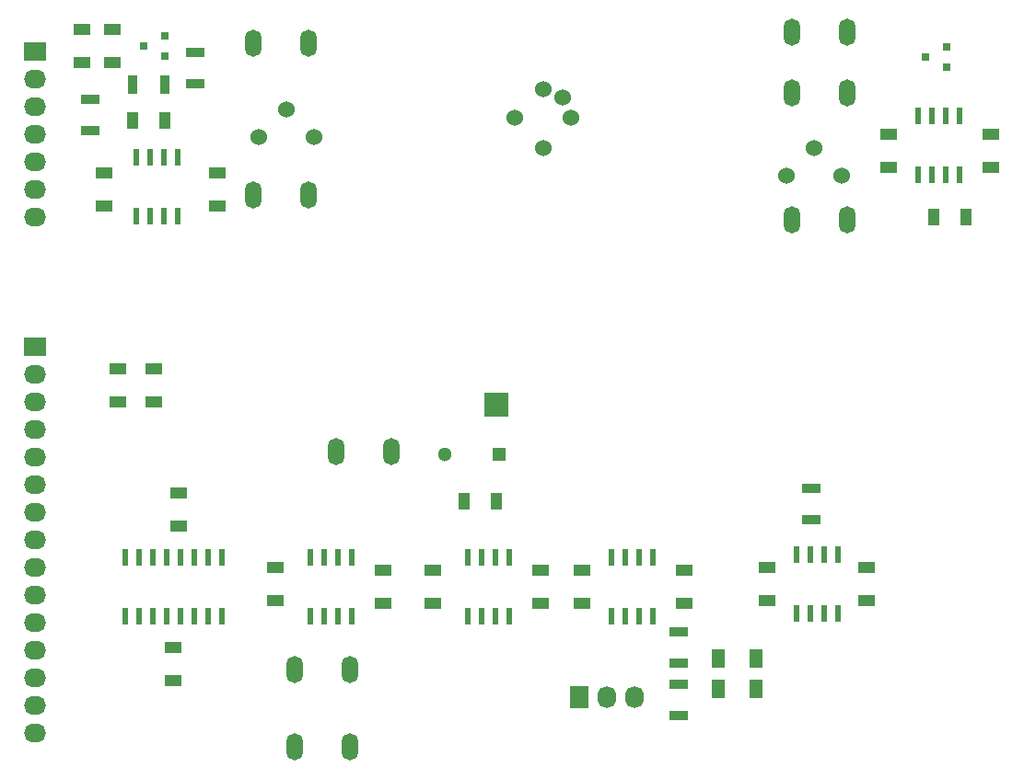
<source format=gbr>
%TF.GenerationSoftware,KiCad,Pcbnew,4.0.4+dfsg1-stable*%
%TF.CreationDate,2017-01-22T14:38:32+11:00*%
%TF.ProjectId,main,6D61696E2E6B696361645F7063620000,rev?*%
%TF.FileFunction,Soldermask,Top*%
%FSLAX46Y46*%
G04 Gerber Fmt 4.6, Leading zero omitted, Abs format (unit mm)*
G04 Created by KiCad (PCBNEW 4.0.4+dfsg1-stable) date Sun Jan 22 14:38:32 2017*
%MOMM*%
%LPD*%
G01*
G04 APERTURE LIST*
%ADD10C,0.100000*%
%ADD11R,0.600000X1.500000*%
%ADD12R,0.800100X0.800100*%
%ADD13R,1.000000X1.600000*%
%ADD14R,1.600000X1.000000*%
%ADD15R,0.900000X1.700000*%
%ADD16R,1.700000X0.900000*%
%ADD17R,0.600000X1.550000*%
%ADD18R,2.032000X1.727200*%
%ADD19O,2.032000X1.727200*%
%ADD20C,1.524000*%
%ADD21O,1.501140X2.499360*%
%ADD22R,1.727200X2.032000*%
%ADD23O,1.727200X2.032000*%
%ADD24R,2.235200X2.235200*%
%ADD25R,1.300000X1.300000*%
%ADD26C,1.300000*%
%ADD27R,1.300480X1.699260*%
G04 APERTURE END LIST*
D10*
D11*
X61087000Y-82390000D03*
X59817000Y-82390000D03*
X58547000Y-82390000D03*
X57277000Y-82390000D03*
X56007000Y-82390000D03*
X54737000Y-82390000D03*
X53467000Y-82390000D03*
X52197000Y-82390000D03*
X52197000Y-87790000D03*
X53467000Y-87790000D03*
X54737000Y-87790000D03*
X56007000Y-87790000D03*
X57277000Y-87790000D03*
X58547000Y-87790000D03*
X59817000Y-87790000D03*
X61087000Y-87790000D03*
D12*
X55864760Y-36256000D03*
X55864760Y-34356000D03*
X53865780Y-35306000D03*
D13*
X52856000Y-42164000D03*
X55856000Y-42164000D03*
X126516000Y-51054000D03*
X129516000Y-51054000D03*
D14*
X48260000Y-33806000D03*
X48260000Y-36806000D03*
X60706000Y-50014000D03*
X60706000Y-47014000D03*
X131826000Y-46458000D03*
X131826000Y-43458000D03*
D15*
X55806000Y-38862000D03*
X52906000Y-38862000D03*
D16*
X58674000Y-38788000D03*
X58674000Y-35888000D03*
D17*
X53213000Y-50960000D03*
X54483000Y-50960000D03*
X55753000Y-50960000D03*
X57023000Y-50960000D03*
X57023000Y-45560000D03*
X55753000Y-45560000D03*
X54483000Y-45560000D03*
X53213000Y-45560000D03*
X125095000Y-47150000D03*
X126365000Y-47150000D03*
X127635000Y-47150000D03*
X128905000Y-47150000D03*
X128905000Y-41750000D03*
X127635000Y-41750000D03*
X126365000Y-41750000D03*
X125095000Y-41750000D03*
D18*
X43942000Y-35814000D03*
D19*
X43942000Y-38354000D03*
X43942000Y-40894000D03*
X43942000Y-43434000D03*
X43942000Y-45974000D03*
X43942000Y-48514000D03*
X43942000Y-51054000D03*
D12*
X127746760Y-37272000D03*
X127746760Y-35372000D03*
X125747780Y-36322000D03*
D20*
X67056000Y-41148000D03*
X69596000Y-43688000D03*
X64516000Y-43688000D03*
D21*
X69088000Y-35052000D03*
X64008000Y-35052000D03*
X64008000Y-49022000D03*
X69088000Y-49022000D03*
X118618000Y-34036000D03*
X113538000Y-34036000D03*
X118618000Y-39624000D03*
X113538000Y-39624000D03*
X118618000Y-51308000D03*
X113538000Y-51308000D03*
D16*
X49022000Y-43106000D03*
X49022000Y-40206000D03*
D20*
X115570000Y-44704000D03*
X118110000Y-47244000D03*
X113030000Y-47244000D03*
X88011000Y-41910000D03*
X90678000Y-44704000D03*
X93218000Y-41910000D03*
X90678000Y-39243000D03*
X92456000Y-40005000D03*
D14*
X51054000Y-33806000D03*
X51054000Y-36806000D03*
X50292000Y-50014000D03*
X50292000Y-47014000D03*
X122428000Y-43458000D03*
X122428000Y-46458000D03*
X51562000Y-65048000D03*
X51562000Y-68048000D03*
X57150000Y-79478000D03*
X57150000Y-76478000D03*
X80518000Y-83590000D03*
X80518000Y-86590000D03*
X90424000Y-86590000D03*
X90424000Y-83590000D03*
X94234000Y-83590000D03*
X94234000Y-86590000D03*
X103632000Y-86590000D03*
X103632000Y-83590000D03*
X111252000Y-83336000D03*
X111252000Y-86336000D03*
X120396000Y-86336000D03*
X120396000Y-83336000D03*
X66040000Y-83336000D03*
X66040000Y-86336000D03*
X54864000Y-65048000D03*
X54864000Y-68048000D03*
D13*
X86336000Y-77216000D03*
X83336000Y-77216000D03*
D14*
X56642000Y-90702000D03*
X56642000Y-93702000D03*
X75946000Y-86590000D03*
X75946000Y-83590000D03*
D18*
X43942000Y-62992000D03*
D19*
X43942000Y-65532000D03*
X43942000Y-68072000D03*
X43942000Y-70612000D03*
X43942000Y-73152000D03*
X43942000Y-75692000D03*
X43942000Y-78232000D03*
X43942000Y-80772000D03*
X43942000Y-83312000D03*
X43942000Y-85852000D03*
X43942000Y-88392000D03*
X43942000Y-90932000D03*
X43942000Y-93472000D03*
X43942000Y-96012000D03*
X43942000Y-98552000D03*
D22*
X93980000Y-95250000D03*
D23*
X96520000Y-95250000D03*
X99060000Y-95250000D03*
D21*
X72898000Y-92710000D03*
X67818000Y-92710000D03*
X67818000Y-99822000D03*
X72898000Y-99822000D03*
X76708000Y-72644000D03*
X71628000Y-72644000D03*
D16*
X103124000Y-92128000D03*
X103124000Y-89228000D03*
X103124000Y-96954000D03*
X103124000Y-94054000D03*
X115316000Y-76020000D03*
X115316000Y-78920000D03*
D17*
X69215000Y-87790000D03*
X70485000Y-87790000D03*
X71755000Y-87790000D03*
X73025000Y-87790000D03*
X73025000Y-82390000D03*
X71755000Y-82390000D03*
X70485000Y-82390000D03*
X69215000Y-82390000D03*
X83693000Y-87790000D03*
X84963000Y-87790000D03*
X86233000Y-87790000D03*
X87503000Y-87790000D03*
X87503000Y-82390000D03*
X86233000Y-82390000D03*
X84963000Y-82390000D03*
X83693000Y-82390000D03*
X96901000Y-87790000D03*
X98171000Y-87790000D03*
X99441000Y-87790000D03*
X100711000Y-87790000D03*
X100711000Y-82390000D03*
X99441000Y-82390000D03*
X98171000Y-82390000D03*
X96901000Y-82390000D03*
X113919000Y-87536000D03*
X115189000Y-87536000D03*
X116459000Y-87536000D03*
X117729000Y-87536000D03*
X117729000Y-82136000D03*
X116459000Y-82136000D03*
X115189000Y-82136000D03*
X113919000Y-82136000D03*
D24*
X86360000Y-68326000D03*
D25*
X86614000Y-72898000D03*
D26*
X81614000Y-72898000D03*
D27*
X106707940Y-94488000D03*
X110208060Y-94488000D03*
X110208060Y-91694000D03*
X106707940Y-91694000D03*
M02*

</source>
